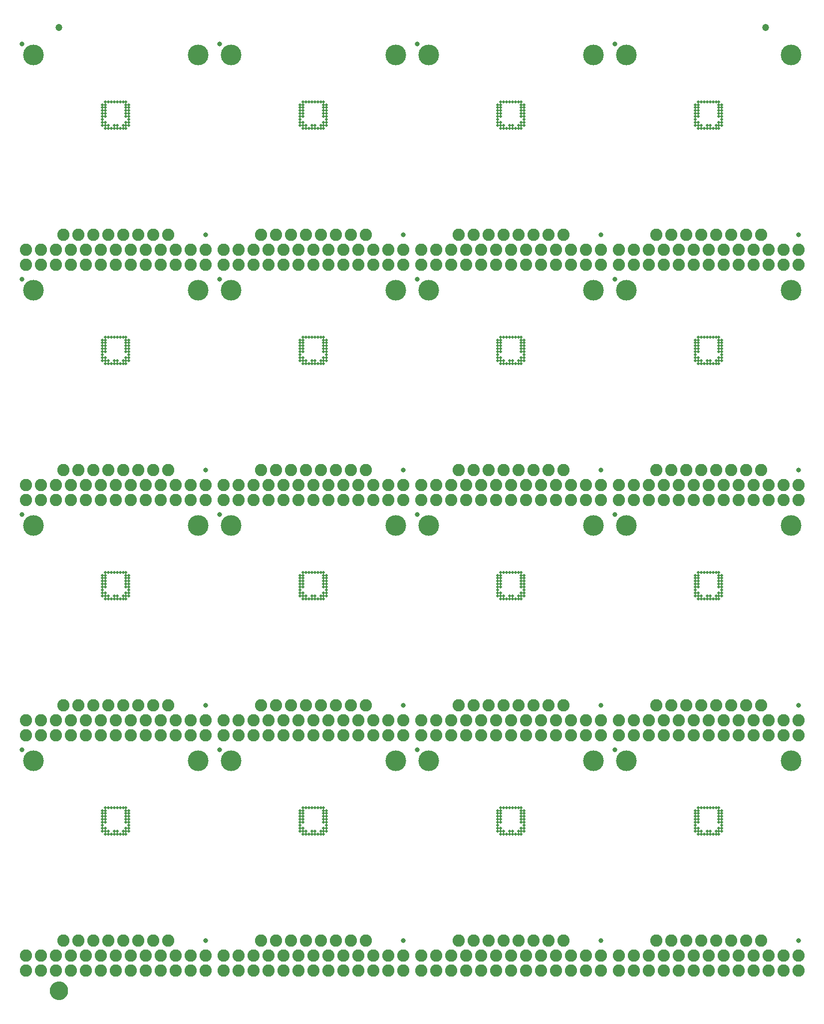
<source format=gts>
G75*
%MOIN*%
%OFA0B0*%
%FSLAX25Y25*%
%IPPOS*%
%LPD*%
%AMOC8*
5,1,8,0,0,1.08239X$1,22.5*
%
%ADD10C,0.01981*%
%ADD11C,0.08200*%
%ADD12C,0.13800*%
%ADD13C,0.03300*%
%ADD14C,0.04737*%
%ADD15C,0.05000*%
%ADD16C,0.06706*%
D10*
X0086860Y0124892D03*
X0086860Y0126860D03*
X0084892Y0126860D03*
X0084892Y0128829D03*
X0086860Y0128829D03*
X0084892Y0130797D03*
X0084892Y0132766D03*
X0086860Y0132766D03*
X0086860Y0134734D03*
X0084892Y0134734D03*
X0084892Y0136703D03*
X0086860Y0136703D03*
X0086860Y0138671D03*
X0084892Y0138671D03*
X0084892Y0140640D03*
X0086860Y0140640D03*
X0086860Y0142608D03*
X0088829Y0142608D03*
X0090797Y0142608D03*
X0092766Y0142608D03*
X0094734Y0142608D03*
X0096703Y0142608D03*
X0098671Y0142608D03*
X0100640Y0142608D03*
X0100640Y0140640D03*
X0102608Y0140640D03*
X0102608Y0138671D03*
X0100640Y0138671D03*
X0100640Y0136703D03*
X0102608Y0136703D03*
X0102608Y0134734D03*
X0100640Y0134734D03*
X0100640Y0132766D03*
X0102608Y0132766D03*
X0102608Y0130797D03*
X0102608Y0128829D03*
X0100640Y0128829D03*
X0100640Y0126860D03*
X0102608Y0126860D03*
X0100640Y0124892D03*
X0098671Y0124892D03*
X0098671Y0126860D03*
X0096703Y0124892D03*
X0094734Y0124892D03*
X0094734Y0126860D03*
X0092766Y0126860D03*
X0092766Y0124892D03*
X0090797Y0124892D03*
X0088829Y0124892D03*
X0088829Y0126860D03*
X0216892Y0126860D03*
X0218860Y0126860D03*
X0218860Y0124892D03*
X0220829Y0124892D03*
X0220829Y0126860D03*
X0222797Y0124892D03*
X0224766Y0124892D03*
X0224766Y0126860D03*
X0226734Y0126860D03*
X0226734Y0124892D03*
X0228703Y0124892D03*
X0230671Y0124892D03*
X0230671Y0126860D03*
X0232640Y0126860D03*
X0234608Y0126860D03*
X0234608Y0128829D03*
X0232640Y0128829D03*
X0234608Y0130797D03*
X0234608Y0132766D03*
X0232640Y0132766D03*
X0232640Y0134734D03*
X0234608Y0134734D03*
X0234608Y0136703D03*
X0232640Y0136703D03*
X0232640Y0138671D03*
X0234608Y0138671D03*
X0234608Y0140640D03*
X0232640Y0140640D03*
X0232640Y0142608D03*
X0230671Y0142608D03*
X0228703Y0142608D03*
X0226734Y0142608D03*
X0224766Y0142608D03*
X0222797Y0142608D03*
X0220829Y0142608D03*
X0218860Y0142608D03*
X0218860Y0140640D03*
X0216892Y0140640D03*
X0216892Y0138671D03*
X0218860Y0138671D03*
X0218860Y0136703D03*
X0216892Y0136703D03*
X0216892Y0134734D03*
X0218860Y0134734D03*
X0218860Y0132766D03*
X0216892Y0132766D03*
X0216892Y0130797D03*
X0216892Y0128829D03*
X0218860Y0128829D03*
X0232640Y0124892D03*
X0348892Y0126860D03*
X0350860Y0126860D03*
X0350860Y0124892D03*
X0352829Y0124892D03*
X0352829Y0126860D03*
X0354797Y0124892D03*
X0356766Y0124892D03*
X0356766Y0126860D03*
X0358734Y0126860D03*
X0358734Y0124892D03*
X0360703Y0124892D03*
X0362671Y0124892D03*
X0362671Y0126860D03*
X0364640Y0126860D03*
X0366608Y0126860D03*
X0366608Y0128829D03*
X0364640Y0128829D03*
X0366608Y0130797D03*
X0366608Y0132766D03*
X0364640Y0132766D03*
X0364640Y0134734D03*
X0366608Y0134734D03*
X0366608Y0136703D03*
X0364640Y0136703D03*
X0364640Y0138671D03*
X0366608Y0138671D03*
X0366608Y0140640D03*
X0364640Y0140640D03*
X0364640Y0142608D03*
X0362671Y0142608D03*
X0360703Y0142608D03*
X0358734Y0142608D03*
X0356766Y0142608D03*
X0354797Y0142608D03*
X0352829Y0142608D03*
X0350860Y0142608D03*
X0350860Y0140640D03*
X0348892Y0140640D03*
X0348892Y0138671D03*
X0350860Y0138671D03*
X0350860Y0136703D03*
X0348892Y0136703D03*
X0348892Y0134734D03*
X0350860Y0134734D03*
X0350860Y0132766D03*
X0348892Y0132766D03*
X0348892Y0130797D03*
X0348892Y0128829D03*
X0350860Y0128829D03*
X0364640Y0124892D03*
X0480892Y0126860D03*
X0482860Y0126860D03*
X0482860Y0124892D03*
X0484829Y0124892D03*
X0484829Y0126860D03*
X0486797Y0124892D03*
X0488766Y0124892D03*
X0488766Y0126860D03*
X0490734Y0126860D03*
X0490734Y0124892D03*
X0492703Y0124892D03*
X0494671Y0124892D03*
X0494671Y0126860D03*
X0496640Y0126860D03*
X0498608Y0126860D03*
X0498608Y0128829D03*
X0496640Y0128829D03*
X0498608Y0130797D03*
X0498608Y0132766D03*
X0496640Y0132766D03*
X0496640Y0134734D03*
X0498608Y0134734D03*
X0498608Y0136703D03*
X0496640Y0136703D03*
X0496640Y0138671D03*
X0498608Y0138671D03*
X0498608Y0140640D03*
X0496640Y0140640D03*
X0496640Y0142608D03*
X0494671Y0142608D03*
X0492703Y0142608D03*
X0490734Y0142608D03*
X0488766Y0142608D03*
X0486797Y0142608D03*
X0484829Y0142608D03*
X0482860Y0142608D03*
X0482860Y0140640D03*
X0480892Y0140640D03*
X0480892Y0138671D03*
X0482860Y0138671D03*
X0482860Y0136703D03*
X0480892Y0136703D03*
X0480892Y0134734D03*
X0482860Y0134734D03*
X0482860Y0132766D03*
X0480892Y0132766D03*
X0480892Y0130797D03*
X0480892Y0128829D03*
X0482860Y0128829D03*
X0496640Y0124892D03*
X0496640Y0281892D03*
X0496640Y0283860D03*
X0498608Y0283860D03*
X0498608Y0285829D03*
X0496640Y0285829D03*
X0498608Y0287797D03*
X0498608Y0289766D03*
X0496640Y0289766D03*
X0496640Y0291734D03*
X0498608Y0291734D03*
X0498608Y0293703D03*
X0496640Y0293703D03*
X0496640Y0295671D03*
X0498608Y0295671D03*
X0498608Y0297640D03*
X0496640Y0297640D03*
X0496640Y0299608D03*
X0494671Y0299608D03*
X0492703Y0299608D03*
X0490734Y0299608D03*
X0488766Y0299608D03*
X0486797Y0299608D03*
X0484829Y0299608D03*
X0482860Y0299608D03*
X0482860Y0297640D03*
X0480892Y0297640D03*
X0480892Y0295671D03*
X0482860Y0295671D03*
X0482860Y0293703D03*
X0480892Y0293703D03*
X0480892Y0291734D03*
X0482860Y0291734D03*
X0482860Y0289766D03*
X0480892Y0289766D03*
X0480892Y0287797D03*
X0480892Y0285829D03*
X0482860Y0285829D03*
X0482860Y0283860D03*
X0480892Y0283860D03*
X0482860Y0281892D03*
X0484829Y0281892D03*
X0484829Y0283860D03*
X0486797Y0281892D03*
X0488766Y0281892D03*
X0488766Y0283860D03*
X0490734Y0283860D03*
X0490734Y0281892D03*
X0492703Y0281892D03*
X0494671Y0281892D03*
X0494671Y0283860D03*
X0366608Y0283860D03*
X0364640Y0283860D03*
X0364640Y0281892D03*
X0362671Y0281892D03*
X0362671Y0283860D03*
X0360703Y0281892D03*
X0358734Y0281892D03*
X0358734Y0283860D03*
X0356766Y0283860D03*
X0356766Y0281892D03*
X0354797Y0281892D03*
X0352829Y0281892D03*
X0352829Y0283860D03*
X0350860Y0283860D03*
X0348892Y0283860D03*
X0348892Y0285829D03*
X0350860Y0285829D03*
X0348892Y0287797D03*
X0348892Y0289766D03*
X0350860Y0289766D03*
X0350860Y0291734D03*
X0348892Y0291734D03*
X0348892Y0293703D03*
X0350860Y0293703D03*
X0350860Y0295671D03*
X0348892Y0295671D03*
X0348892Y0297640D03*
X0350860Y0297640D03*
X0350860Y0299608D03*
X0352829Y0299608D03*
X0354797Y0299608D03*
X0356766Y0299608D03*
X0358734Y0299608D03*
X0360703Y0299608D03*
X0362671Y0299608D03*
X0364640Y0299608D03*
X0364640Y0297640D03*
X0366608Y0297640D03*
X0366608Y0295671D03*
X0364640Y0295671D03*
X0364640Y0293703D03*
X0366608Y0293703D03*
X0366608Y0291734D03*
X0364640Y0291734D03*
X0364640Y0289766D03*
X0366608Y0289766D03*
X0366608Y0287797D03*
X0366608Y0285829D03*
X0364640Y0285829D03*
X0350860Y0281892D03*
X0234608Y0283860D03*
X0232640Y0283860D03*
X0232640Y0281892D03*
X0230671Y0281892D03*
X0230671Y0283860D03*
X0228703Y0281892D03*
X0226734Y0281892D03*
X0226734Y0283860D03*
X0224766Y0283860D03*
X0224766Y0281892D03*
X0222797Y0281892D03*
X0220829Y0281892D03*
X0220829Y0283860D03*
X0218860Y0283860D03*
X0218860Y0281892D03*
X0216892Y0283860D03*
X0216892Y0285829D03*
X0218860Y0285829D03*
X0216892Y0287797D03*
X0216892Y0289766D03*
X0218860Y0289766D03*
X0218860Y0291734D03*
X0216892Y0291734D03*
X0216892Y0293703D03*
X0218860Y0293703D03*
X0218860Y0295671D03*
X0216892Y0295671D03*
X0216892Y0297640D03*
X0218860Y0297640D03*
X0218860Y0299608D03*
X0220829Y0299608D03*
X0222797Y0299608D03*
X0224766Y0299608D03*
X0226734Y0299608D03*
X0228703Y0299608D03*
X0230671Y0299608D03*
X0232640Y0299608D03*
X0232640Y0297640D03*
X0234608Y0297640D03*
X0234608Y0295671D03*
X0232640Y0295671D03*
X0232640Y0293703D03*
X0234608Y0293703D03*
X0234608Y0291734D03*
X0232640Y0291734D03*
X0232640Y0289766D03*
X0234608Y0289766D03*
X0234608Y0287797D03*
X0234608Y0285829D03*
X0232640Y0285829D03*
X0102608Y0285829D03*
X0100640Y0285829D03*
X0100640Y0283860D03*
X0102608Y0283860D03*
X0100640Y0281892D03*
X0098671Y0281892D03*
X0098671Y0283860D03*
X0096703Y0281892D03*
X0094734Y0281892D03*
X0094734Y0283860D03*
X0092766Y0283860D03*
X0092766Y0281892D03*
X0090797Y0281892D03*
X0088829Y0281892D03*
X0088829Y0283860D03*
X0086860Y0283860D03*
X0086860Y0281892D03*
X0084892Y0283860D03*
X0084892Y0285829D03*
X0086860Y0285829D03*
X0084892Y0287797D03*
X0084892Y0289766D03*
X0086860Y0289766D03*
X0086860Y0291734D03*
X0084892Y0291734D03*
X0084892Y0293703D03*
X0086860Y0293703D03*
X0086860Y0295671D03*
X0084892Y0295671D03*
X0084892Y0297640D03*
X0086860Y0297640D03*
X0086860Y0299608D03*
X0088829Y0299608D03*
X0090797Y0299608D03*
X0092766Y0299608D03*
X0094734Y0299608D03*
X0096703Y0299608D03*
X0098671Y0299608D03*
X0100640Y0299608D03*
X0100640Y0297640D03*
X0102608Y0297640D03*
X0102608Y0295671D03*
X0100640Y0295671D03*
X0100640Y0293703D03*
X0102608Y0293703D03*
X0102608Y0291734D03*
X0100640Y0291734D03*
X0100640Y0289766D03*
X0102608Y0289766D03*
X0102608Y0287797D03*
X0100640Y0438892D03*
X0100640Y0440860D03*
X0102608Y0440860D03*
X0102608Y0442829D03*
X0100640Y0442829D03*
X0102608Y0444797D03*
X0102608Y0446766D03*
X0100640Y0446766D03*
X0100640Y0448734D03*
X0102608Y0448734D03*
X0102608Y0450703D03*
X0100640Y0450703D03*
X0100640Y0452671D03*
X0102608Y0452671D03*
X0102608Y0454640D03*
X0100640Y0454640D03*
X0100640Y0456608D03*
X0098671Y0456608D03*
X0096703Y0456608D03*
X0094734Y0456608D03*
X0092766Y0456608D03*
X0090797Y0456608D03*
X0088829Y0456608D03*
X0086860Y0456608D03*
X0086860Y0454640D03*
X0084892Y0454640D03*
X0084892Y0452671D03*
X0086860Y0452671D03*
X0086860Y0450703D03*
X0084892Y0450703D03*
X0084892Y0448734D03*
X0086860Y0448734D03*
X0086860Y0446766D03*
X0084892Y0446766D03*
X0084892Y0444797D03*
X0084892Y0442829D03*
X0086860Y0442829D03*
X0086860Y0440860D03*
X0086860Y0438892D03*
X0088829Y0438892D03*
X0088829Y0440860D03*
X0090797Y0438892D03*
X0092766Y0438892D03*
X0092766Y0440860D03*
X0094734Y0440860D03*
X0094734Y0438892D03*
X0096703Y0438892D03*
X0098671Y0438892D03*
X0098671Y0440860D03*
X0084892Y0440860D03*
X0216892Y0440860D03*
X0218860Y0440860D03*
X0218860Y0438892D03*
X0220829Y0438892D03*
X0220829Y0440860D03*
X0222797Y0438892D03*
X0224766Y0438892D03*
X0224766Y0440860D03*
X0226734Y0440860D03*
X0226734Y0438892D03*
X0228703Y0438892D03*
X0230671Y0438892D03*
X0230671Y0440860D03*
X0232640Y0440860D03*
X0234608Y0440860D03*
X0234608Y0442829D03*
X0232640Y0442829D03*
X0234608Y0444797D03*
X0234608Y0446766D03*
X0232640Y0446766D03*
X0232640Y0448734D03*
X0234608Y0448734D03*
X0234608Y0450703D03*
X0232640Y0450703D03*
X0232640Y0452671D03*
X0234608Y0452671D03*
X0234608Y0454640D03*
X0232640Y0454640D03*
X0232640Y0456608D03*
X0230671Y0456608D03*
X0228703Y0456608D03*
X0226734Y0456608D03*
X0224766Y0456608D03*
X0222797Y0456608D03*
X0220829Y0456608D03*
X0218860Y0456608D03*
X0218860Y0454640D03*
X0216892Y0454640D03*
X0216892Y0452671D03*
X0218860Y0452671D03*
X0218860Y0450703D03*
X0216892Y0450703D03*
X0216892Y0448734D03*
X0218860Y0448734D03*
X0218860Y0446766D03*
X0216892Y0446766D03*
X0216892Y0444797D03*
X0216892Y0442829D03*
X0218860Y0442829D03*
X0232640Y0438892D03*
X0348892Y0440860D03*
X0350860Y0440860D03*
X0350860Y0438892D03*
X0352829Y0438892D03*
X0352829Y0440860D03*
X0354797Y0438892D03*
X0356766Y0438892D03*
X0356766Y0440860D03*
X0358734Y0440860D03*
X0358734Y0438892D03*
X0360703Y0438892D03*
X0362671Y0438892D03*
X0362671Y0440860D03*
X0364640Y0440860D03*
X0366608Y0440860D03*
X0366608Y0442829D03*
X0364640Y0442829D03*
X0366608Y0444797D03*
X0366608Y0446766D03*
X0364640Y0446766D03*
X0364640Y0448734D03*
X0366608Y0448734D03*
X0366608Y0450703D03*
X0364640Y0450703D03*
X0364640Y0452671D03*
X0366608Y0452671D03*
X0366608Y0454640D03*
X0364640Y0454640D03*
X0364640Y0456608D03*
X0362671Y0456608D03*
X0360703Y0456608D03*
X0358734Y0456608D03*
X0356766Y0456608D03*
X0354797Y0456608D03*
X0352829Y0456608D03*
X0350860Y0456608D03*
X0350860Y0454640D03*
X0348892Y0454640D03*
X0348892Y0452671D03*
X0350860Y0452671D03*
X0350860Y0450703D03*
X0348892Y0450703D03*
X0348892Y0448734D03*
X0350860Y0448734D03*
X0350860Y0446766D03*
X0348892Y0446766D03*
X0348892Y0444797D03*
X0348892Y0442829D03*
X0350860Y0442829D03*
X0364640Y0438892D03*
X0480892Y0440860D03*
X0482860Y0440860D03*
X0482860Y0438892D03*
X0484829Y0438892D03*
X0484829Y0440860D03*
X0486797Y0438892D03*
X0488766Y0438892D03*
X0488766Y0440860D03*
X0490734Y0440860D03*
X0490734Y0438892D03*
X0492703Y0438892D03*
X0494671Y0438892D03*
X0494671Y0440860D03*
X0496640Y0440860D03*
X0498608Y0440860D03*
X0498608Y0442829D03*
X0496640Y0442829D03*
X0498608Y0444797D03*
X0498608Y0446766D03*
X0496640Y0446766D03*
X0496640Y0448734D03*
X0498608Y0448734D03*
X0498608Y0450703D03*
X0496640Y0450703D03*
X0496640Y0452671D03*
X0498608Y0452671D03*
X0498608Y0454640D03*
X0496640Y0454640D03*
X0496640Y0456608D03*
X0494671Y0456608D03*
X0492703Y0456608D03*
X0490734Y0456608D03*
X0488766Y0456608D03*
X0486797Y0456608D03*
X0484829Y0456608D03*
X0482860Y0456608D03*
X0482860Y0454640D03*
X0480892Y0454640D03*
X0480892Y0452671D03*
X0482860Y0452671D03*
X0482860Y0450703D03*
X0480892Y0450703D03*
X0480892Y0448734D03*
X0482860Y0448734D03*
X0482860Y0446766D03*
X0480892Y0446766D03*
X0480892Y0444797D03*
X0480892Y0442829D03*
X0482860Y0442829D03*
X0496640Y0438892D03*
X0496640Y0595892D03*
X0496640Y0597860D03*
X0498608Y0597860D03*
X0498608Y0599829D03*
X0496640Y0599829D03*
X0498608Y0601797D03*
X0498608Y0603766D03*
X0496640Y0603766D03*
X0496640Y0605734D03*
X0498608Y0605734D03*
X0498608Y0607703D03*
X0496640Y0607703D03*
X0496640Y0609671D03*
X0498608Y0609671D03*
X0498608Y0611640D03*
X0496640Y0611640D03*
X0496640Y0613608D03*
X0494671Y0613608D03*
X0492703Y0613608D03*
X0490734Y0613608D03*
X0488766Y0613608D03*
X0486797Y0613608D03*
X0484829Y0613608D03*
X0482860Y0613608D03*
X0482860Y0611640D03*
X0480892Y0611640D03*
X0480892Y0609671D03*
X0482860Y0609671D03*
X0482860Y0607703D03*
X0480892Y0607703D03*
X0480892Y0605734D03*
X0482860Y0605734D03*
X0482860Y0603766D03*
X0480892Y0603766D03*
X0480892Y0601797D03*
X0480892Y0599829D03*
X0482860Y0599829D03*
X0482860Y0597860D03*
X0482860Y0595892D03*
X0484829Y0595892D03*
X0484829Y0597860D03*
X0486797Y0595892D03*
X0488766Y0595892D03*
X0488766Y0597860D03*
X0490734Y0597860D03*
X0490734Y0595892D03*
X0492703Y0595892D03*
X0494671Y0595892D03*
X0494671Y0597860D03*
X0480892Y0597860D03*
X0366608Y0597860D03*
X0364640Y0597860D03*
X0364640Y0595892D03*
X0362671Y0595892D03*
X0362671Y0597860D03*
X0360703Y0595892D03*
X0358734Y0595892D03*
X0358734Y0597860D03*
X0356766Y0597860D03*
X0356766Y0595892D03*
X0354797Y0595892D03*
X0352829Y0595892D03*
X0352829Y0597860D03*
X0350860Y0597860D03*
X0350860Y0595892D03*
X0348892Y0597860D03*
X0348892Y0599829D03*
X0350860Y0599829D03*
X0348892Y0601797D03*
X0348892Y0603766D03*
X0350860Y0603766D03*
X0350860Y0605734D03*
X0348892Y0605734D03*
X0348892Y0607703D03*
X0350860Y0607703D03*
X0350860Y0609671D03*
X0348892Y0609671D03*
X0348892Y0611640D03*
X0350860Y0611640D03*
X0350860Y0613608D03*
X0352829Y0613608D03*
X0354797Y0613608D03*
X0356766Y0613608D03*
X0358734Y0613608D03*
X0360703Y0613608D03*
X0362671Y0613608D03*
X0364640Y0613608D03*
X0364640Y0611640D03*
X0366608Y0611640D03*
X0366608Y0609671D03*
X0364640Y0609671D03*
X0364640Y0607703D03*
X0366608Y0607703D03*
X0366608Y0605734D03*
X0364640Y0605734D03*
X0364640Y0603766D03*
X0366608Y0603766D03*
X0366608Y0601797D03*
X0366608Y0599829D03*
X0364640Y0599829D03*
X0234608Y0599829D03*
X0232640Y0599829D03*
X0232640Y0597860D03*
X0234608Y0597860D03*
X0232640Y0595892D03*
X0230671Y0595892D03*
X0230671Y0597860D03*
X0228703Y0595892D03*
X0226734Y0595892D03*
X0226734Y0597860D03*
X0224766Y0597860D03*
X0224766Y0595892D03*
X0222797Y0595892D03*
X0220829Y0595892D03*
X0220829Y0597860D03*
X0218860Y0597860D03*
X0218860Y0595892D03*
X0216892Y0597860D03*
X0216892Y0599829D03*
X0218860Y0599829D03*
X0216892Y0601797D03*
X0216892Y0603766D03*
X0218860Y0603766D03*
X0218860Y0605734D03*
X0216892Y0605734D03*
X0216892Y0607703D03*
X0218860Y0607703D03*
X0218860Y0609671D03*
X0216892Y0609671D03*
X0216892Y0611640D03*
X0218860Y0611640D03*
X0218860Y0613608D03*
X0220829Y0613608D03*
X0222797Y0613608D03*
X0224766Y0613608D03*
X0226734Y0613608D03*
X0228703Y0613608D03*
X0230671Y0613608D03*
X0232640Y0613608D03*
X0232640Y0611640D03*
X0234608Y0611640D03*
X0234608Y0609671D03*
X0232640Y0609671D03*
X0232640Y0607703D03*
X0234608Y0607703D03*
X0234608Y0605734D03*
X0232640Y0605734D03*
X0232640Y0603766D03*
X0234608Y0603766D03*
X0234608Y0601797D03*
X0102608Y0601797D03*
X0102608Y0599829D03*
X0100640Y0599829D03*
X0100640Y0597860D03*
X0102608Y0597860D03*
X0100640Y0595892D03*
X0098671Y0595892D03*
X0098671Y0597860D03*
X0096703Y0595892D03*
X0094734Y0595892D03*
X0094734Y0597860D03*
X0092766Y0597860D03*
X0092766Y0595892D03*
X0090797Y0595892D03*
X0088829Y0595892D03*
X0088829Y0597860D03*
X0086860Y0597860D03*
X0086860Y0595892D03*
X0084892Y0597860D03*
X0084892Y0599829D03*
X0086860Y0599829D03*
X0084892Y0601797D03*
X0084892Y0603766D03*
X0086860Y0603766D03*
X0086860Y0605734D03*
X0084892Y0605734D03*
X0084892Y0607703D03*
X0086860Y0607703D03*
X0086860Y0609671D03*
X0084892Y0609671D03*
X0084892Y0611640D03*
X0086860Y0611640D03*
X0086860Y0613608D03*
X0088829Y0613608D03*
X0090797Y0613608D03*
X0092766Y0613608D03*
X0094734Y0613608D03*
X0096703Y0613608D03*
X0098671Y0613608D03*
X0100640Y0613608D03*
X0100640Y0611640D03*
X0102608Y0611640D03*
X0102608Y0609671D03*
X0100640Y0609671D03*
X0100640Y0607703D03*
X0102608Y0607703D03*
X0102608Y0605734D03*
X0100640Y0605734D03*
X0100640Y0603766D03*
X0102608Y0603766D03*
D11*
X0033750Y0033750D03*
X0043750Y0033750D03*
X0043750Y0043750D03*
X0033750Y0043750D03*
X0053750Y0043750D03*
X0063750Y0043750D03*
X0058750Y0053750D03*
X0068750Y0053750D03*
X0078750Y0053750D03*
X0073750Y0043750D03*
X0083750Y0043750D03*
X0088750Y0053750D03*
X0093750Y0043750D03*
X0103750Y0043750D03*
X0098750Y0053750D03*
X0108750Y0053750D03*
X0113750Y0043750D03*
X0123750Y0043750D03*
X0118750Y0053750D03*
X0128750Y0053750D03*
X0133750Y0043750D03*
X0143750Y0043750D03*
X0143750Y0033750D03*
X0133750Y0033750D03*
X0123750Y0033750D03*
X0113750Y0033750D03*
X0103750Y0033750D03*
X0093750Y0033750D03*
X0083750Y0033750D03*
X0073750Y0033750D03*
X0063750Y0033750D03*
X0053750Y0033750D03*
X0153750Y0033750D03*
X0153750Y0043750D03*
X0165750Y0043750D03*
X0175750Y0043750D03*
X0175750Y0033750D03*
X0165750Y0033750D03*
X0185750Y0033750D03*
X0195750Y0033750D03*
X0195750Y0043750D03*
X0185750Y0043750D03*
X0190750Y0053750D03*
X0200750Y0053750D03*
X0205750Y0043750D03*
X0215750Y0043750D03*
X0210750Y0053750D03*
X0220750Y0053750D03*
X0225750Y0043750D03*
X0235750Y0043750D03*
X0230750Y0053750D03*
X0240750Y0053750D03*
X0245750Y0043750D03*
X0255750Y0043750D03*
X0250750Y0053750D03*
X0260750Y0053750D03*
X0265750Y0043750D03*
X0275750Y0043750D03*
X0275750Y0033750D03*
X0265750Y0033750D03*
X0255750Y0033750D03*
X0245750Y0033750D03*
X0235750Y0033750D03*
X0225750Y0033750D03*
X0215750Y0033750D03*
X0205750Y0033750D03*
X0285750Y0033750D03*
X0285750Y0043750D03*
X0297750Y0043750D03*
X0307750Y0043750D03*
X0307750Y0033750D03*
X0297750Y0033750D03*
X0317750Y0033750D03*
X0327750Y0033750D03*
X0327750Y0043750D03*
X0317750Y0043750D03*
X0322750Y0053750D03*
X0332750Y0053750D03*
X0337750Y0043750D03*
X0347750Y0043750D03*
X0342750Y0053750D03*
X0352750Y0053750D03*
X0357750Y0043750D03*
X0367750Y0043750D03*
X0362750Y0053750D03*
X0372750Y0053750D03*
X0377750Y0043750D03*
X0387750Y0043750D03*
X0382750Y0053750D03*
X0392750Y0053750D03*
X0397750Y0043750D03*
X0407750Y0043750D03*
X0407750Y0033750D03*
X0397750Y0033750D03*
X0387750Y0033750D03*
X0377750Y0033750D03*
X0367750Y0033750D03*
X0357750Y0033750D03*
X0347750Y0033750D03*
X0337750Y0033750D03*
X0417750Y0033750D03*
X0417750Y0043750D03*
X0429750Y0043750D03*
X0439750Y0043750D03*
X0439750Y0033750D03*
X0429750Y0033750D03*
X0449750Y0033750D03*
X0459750Y0033750D03*
X0459750Y0043750D03*
X0449750Y0043750D03*
X0454750Y0053750D03*
X0464750Y0053750D03*
X0469750Y0043750D03*
X0479750Y0043750D03*
X0474750Y0053750D03*
X0484750Y0053750D03*
X0489750Y0043750D03*
X0499750Y0043750D03*
X0494750Y0053750D03*
X0504750Y0053750D03*
X0509750Y0043750D03*
X0514750Y0053750D03*
X0524750Y0053750D03*
X0519750Y0043750D03*
X0529750Y0043750D03*
X0529750Y0033750D03*
X0519750Y0033750D03*
X0509750Y0033750D03*
X0499750Y0033750D03*
X0489750Y0033750D03*
X0479750Y0033750D03*
X0469750Y0033750D03*
X0539750Y0033750D03*
X0549750Y0033750D03*
X0549750Y0043750D03*
X0539750Y0043750D03*
X0539750Y0190750D03*
X0539750Y0200750D03*
X0549750Y0200750D03*
X0549750Y0190750D03*
X0529750Y0190750D03*
X0529750Y0200750D03*
X0519750Y0200750D03*
X0519750Y0190750D03*
X0509750Y0190750D03*
X0509750Y0200750D03*
X0499750Y0200750D03*
X0499750Y0190750D03*
X0489750Y0190750D03*
X0489750Y0200750D03*
X0479750Y0200750D03*
X0479750Y0190750D03*
X0469750Y0190750D03*
X0469750Y0200750D03*
X0459750Y0200750D03*
X0459750Y0190750D03*
X0449750Y0190750D03*
X0449750Y0200750D03*
X0439750Y0200750D03*
X0439750Y0190750D03*
X0429750Y0190750D03*
X0429750Y0200750D03*
X0417750Y0200750D03*
X0417750Y0190750D03*
X0407750Y0190750D03*
X0407750Y0200750D03*
X0397750Y0200750D03*
X0397750Y0190750D03*
X0387750Y0190750D03*
X0387750Y0200750D03*
X0377750Y0200750D03*
X0377750Y0190750D03*
X0367750Y0190750D03*
X0367750Y0200750D03*
X0357750Y0200750D03*
X0357750Y0190750D03*
X0347750Y0190750D03*
X0347750Y0200750D03*
X0337750Y0200750D03*
X0337750Y0190750D03*
X0327750Y0190750D03*
X0327750Y0200750D03*
X0317750Y0200750D03*
X0317750Y0190750D03*
X0307750Y0190750D03*
X0307750Y0200750D03*
X0297750Y0200750D03*
X0297750Y0190750D03*
X0285750Y0190750D03*
X0285750Y0200750D03*
X0275750Y0200750D03*
X0275750Y0190750D03*
X0265750Y0190750D03*
X0265750Y0200750D03*
X0255750Y0200750D03*
X0255750Y0190750D03*
X0245750Y0190750D03*
X0245750Y0200750D03*
X0235750Y0200750D03*
X0235750Y0190750D03*
X0225750Y0190750D03*
X0225750Y0200750D03*
X0215750Y0200750D03*
X0215750Y0190750D03*
X0205750Y0190750D03*
X0205750Y0200750D03*
X0195750Y0200750D03*
X0195750Y0190750D03*
X0185750Y0190750D03*
X0185750Y0200750D03*
X0175750Y0200750D03*
X0175750Y0190750D03*
X0165750Y0190750D03*
X0165750Y0200750D03*
X0153750Y0200750D03*
X0153750Y0190750D03*
X0143750Y0190750D03*
X0143750Y0200750D03*
X0133750Y0200750D03*
X0133750Y0190750D03*
X0123750Y0190750D03*
X0123750Y0200750D03*
X0113750Y0200750D03*
X0113750Y0190750D03*
X0103750Y0190750D03*
X0103750Y0200750D03*
X0093750Y0200750D03*
X0093750Y0190750D03*
X0083750Y0190750D03*
X0083750Y0200750D03*
X0073750Y0200750D03*
X0073750Y0190750D03*
X0063750Y0190750D03*
X0063750Y0200750D03*
X0053750Y0200750D03*
X0053750Y0190750D03*
X0043750Y0190750D03*
X0043750Y0200750D03*
X0033750Y0200750D03*
X0033750Y0190750D03*
X0058750Y0210750D03*
X0068750Y0210750D03*
X0078750Y0210750D03*
X0088750Y0210750D03*
X0098750Y0210750D03*
X0108750Y0210750D03*
X0118750Y0210750D03*
X0128750Y0210750D03*
X0190750Y0210750D03*
X0200750Y0210750D03*
X0210750Y0210750D03*
X0220750Y0210750D03*
X0230750Y0210750D03*
X0240750Y0210750D03*
X0250750Y0210750D03*
X0260750Y0210750D03*
X0322750Y0210750D03*
X0332750Y0210750D03*
X0342750Y0210750D03*
X0352750Y0210750D03*
X0362750Y0210750D03*
X0372750Y0210750D03*
X0382750Y0210750D03*
X0392750Y0210750D03*
X0454750Y0210750D03*
X0464750Y0210750D03*
X0474750Y0210750D03*
X0484750Y0210750D03*
X0494750Y0210750D03*
X0504750Y0210750D03*
X0514750Y0210750D03*
X0524750Y0210750D03*
X0519750Y0347750D03*
X0519750Y0357750D03*
X0529750Y0357750D03*
X0529750Y0347750D03*
X0539750Y0347750D03*
X0539750Y0357750D03*
X0549750Y0357750D03*
X0549750Y0347750D03*
X0524750Y0367750D03*
X0514750Y0367750D03*
X0509750Y0357750D03*
X0509750Y0347750D03*
X0499750Y0347750D03*
X0499750Y0357750D03*
X0489750Y0357750D03*
X0489750Y0347750D03*
X0479750Y0347750D03*
X0479750Y0357750D03*
X0469750Y0357750D03*
X0469750Y0347750D03*
X0459750Y0347750D03*
X0459750Y0357750D03*
X0449750Y0357750D03*
X0449750Y0347750D03*
X0439750Y0347750D03*
X0439750Y0357750D03*
X0429750Y0357750D03*
X0429750Y0347750D03*
X0417750Y0347750D03*
X0417750Y0357750D03*
X0407750Y0357750D03*
X0407750Y0347750D03*
X0397750Y0347750D03*
X0397750Y0357750D03*
X0392750Y0367750D03*
X0382750Y0367750D03*
X0377750Y0357750D03*
X0377750Y0347750D03*
X0387750Y0347750D03*
X0387750Y0357750D03*
X0372750Y0367750D03*
X0362750Y0367750D03*
X0357750Y0357750D03*
X0357750Y0347750D03*
X0367750Y0347750D03*
X0367750Y0357750D03*
X0352750Y0367750D03*
X0342750Y0367750D03*
X0337750Y0357750D03*
X0337750Y0347750D03*
X0347750Y0347750D03*
X0347750Y0357750D03*
X0332750Y0367750D03*
X0322750Y0367750D03*
X0317750Y0357750D03*
X0317750Y0347750D03*
X0327750Y0347750D03*
X0327750Y0357750D03*
X0307750Y0357750D03*
X0307750Y0347750D03*
X0297750Y0347750D03*
X0297750Y0357750D03*
X0285750Y0357750D03*
X0285750Y0347750D03*
X0275750Y0347750D03*
X0275750Y0357750D03*
X0265750Y0357750D03*
X0265750Y0347750D03*
X0255750Y0347750D03*
X0255750Y0357750D03*
X0245750Y0357750D03*
X0245750Y0347750D03*
X0235750Y0347750D03*
X0235750Y0357750D03*
X0225750Y0357750D03*
X0225750Y0347750D03*
X0215750Y0347750D03*
X0215750Y0357750D03*
X0205750Y0357750D03*
X0205750Y0347750D03*
X0195750Y0347750D03*
X0195750Y0357750D03*
X0185750Y0357750D03*
X0185750Y0347750D03*
X0175750Y0347750D03*
X0175750Y0357750D03*
X0165750Y0357750D03*
X0165750Y0347750D03*
X0153750Y0347750D03*
X0153750Y0357750D03*
X0143750Y0357750D03*
X0143750Y0347750D03*
X0133750Y0347750D03*
X0133750Y0357750D03*
X0128750Y0367750D03*
X0118750Y0367750D03*
X0113750Y0357750D03*
X0113750Y0347750D03*
X0123750Y0347750D03*
X0123750Y0357750D03*
X0108750Y0367750D03*
X0098750Y0367750D03*
X0093750Y0357750D03*
X0093750Y0347750D03*
X0103750Y0347750D03*
X0103750Y0357750D03*
X0088750Y0367750D03*
X0083750Y0357750D03*
X0083750Y0347750D03*
X0073750Y0347750D03*
X0073750Y0357750D03*
X0068750Y0367750D03*
X0078750Y0367750D03*
X0063750Y0357750D03*
X0063750Y0347750D03*
X0053750Y0347750D03*
X0053750Y0357750D03*
X0058750Y0367750D03*
X0043750Y0357750D03*
X0043750Y0347750D03*
X0033750Y0347750D03*
X0033750Y0357750D03*
X0033750Y0504750D03*
X0043750Y0504750D03*
X0043750Y0514750D03*
X0033750Y0514750D03*
X0053750Y0514750D03*
X0063750Y0514750D03*
X0058750Y0524750D03*
X0068750Y0524750D03*
X0078750Y0524750D03*
X0073750Y0514750D03*
X0083750Y0514750D03*
X0088750Y0524750D03*
X0093750Y0514750D03*
X0103750Y0514750D03*
X0098750Y0524750D03*
X0108750Y0524750D03*
X0113750Y0514750D03*
X0123750Y0514750D03*
X0118750Y0524750D03*
X0128750Y0524750D03*
X0133750Y0514750D03*
X0143750Y0514750D03*
X0143750Y0504750D03*
X0133750Y0504750D03*
X0123750Y0504750D03*
X0113750Y0504750D03*
X0103750Y0504750D03*
X0093750Y0504750D03*
X0083750Y0504750D03*
X0073750Y0504750D03*
X0063750Y0504750D03*
X0053750Y0504750D03*
X0153750Y0504750D03*
X0153750Y0514750D03*
X0165750Y0514750D03*
X0175750Y0514750D03*
X0175750Y0504750D03*
X0165750Y0504750D03*
X0185750Y0504750D03*
X0195750Y0504750D03*
X0195750Y0514750D03*
X0185750Y0514750D03*
X0190750Y0524750D03*
X0200750Y0524750D03*
X0205750Y0514750D03*
X0215750Y0514750D03*
X0210750Y0524750D03*
X0220750Y0524750D03*
X0225750Y0514750D03*
X0235750Y0514750D03*
X0230750Y0524750D03*
X0240750Y0524750D03*
X0245750Y0514750D03*
X0255750Y0514750D03*
X0250750Y0524750D03*
X0260750Y0524750D03*
X0265750Y0514750D03*
X0275750Y0514750D03*
X0275750Y0504750D03*
X0265750Y0504750D03*
X0255750Y0504750D03*
X0245750Y0504750D03*
X0235750Y0504750D03*
X0225750Y0504750D03*
X0215750Y0504750D03*
X0205750Y0504750D03*
X0285750Y0504750D03*
X0285750Y0514750D03*
X0297750Y0514750D03*
X0307750Y0514750D03*
X0307750Y0504750D03*
X0297750Y0504750D03*
X0317750Y0504750D03*
X0327750Y0504750D03*
X0327750Y0514750D03*
X0317750Y0514750D03*
X0322750Y0524750D03*
X0332750Y0524750D03*
X0337750Y0514750D03*
X0347750Y0514750D03*
X0342750Y0524750D03*
X0352750Y0524750D03*
X0357750Y0514750D03*
X0367750Y0514750D03*
X0362750Y0524750D03*
X0372750Y0524750D03*
X0377750Y0514750D03*
X0387750Y0514750D03*
X0382750Y0524750D03*
X0392750Y0524750D03*
X0397750Y0514750D03*
X0407750Y0514750D03*
X0407750Y0504750D03*
X0397750Y0504750D03*
X0387750Y0504750D03*
X0377750Y0504750D03*
X0367750Y0504750D03*
X0357750Y0504750D03*
X0347750Y0504750D03*
X0337750Y0504750D03*
X0417750Y0504750D03*
X0417750Y0514750D03*
X0429750Y0514750D03*
X0439750Y0514750D03*
X0439750Y0504750D03*
X0429750Y0504750D03*
X0449750Y0504750D03*
X0459750Y0504750D03*
X0459750Y0514750D03*
X0449750Y0514750D03*
X0454750Y0524750D03*
X0464750Y0524750D03*
X0469750Y0514750D03*
X0479750Y0514750D03*
X0474750Y0524750D03*
X0484750Y0524750D03*
X0489750Y0514750D03*
X0499750Y0514750D03*
X0494750Y0524750D03*
X0504750Y0524750D03*
X0509750Y0514750D03*
X0514750Y0524750D03*
X0524750Y0524750D03*
X0519750Y0514750D03*
X0529750Y0514750D03*
X0529750Y0504750D03*
X0519750Y0504750D03*
X0509750Y0504750D03*
X0499750Y0504750D03*
X0489750Y0504750D03*
X0479750Y0504750D03*
X0469750Y0504750D03*
X0539750Y0504750D03*
X0549750Y0504750D03*
X0549750Y0514750D03*
X0539750Y0514750D03*
X0504750Y0367750D03*
X0494750Y0367750D03*
X0484750Y0367750D03*
X0474750Y0367750D03*
X0464750Y0367750D03*
X0454750Y0367750D03*
X0260750Y0367750D03*
X0250750Y0367750D03*
X0240750Y0367750D03*
X0230750Y0367750D03*
X0220750Y0367750D03*
X0210750Y0367750D03*
X0200750Y0367750D03*
X0190750Y0367750D03*
D12*
X0170750Y0330750D03*
X0148750Y0330750D03*
X0038750Y0330750D03*
X0038750Y0173750D03*
X0148750Y0173750D03*
X0170750Y0173750D03*
X0280750Y0173750D03*
X0302750Y0173750D03*
X0412750Y0173750D03*
X0434750Y0173750D03*
X0544750Y0173750D03*
X0544750Y0330750D03*
X0434750Y0330750D03*
X0412750Y0330750D03*
X0302750Y0330750D03*
X0280750Y0330750D03*
X0280750Y0487750D03*
X0302750Y0487750D03*
X0412750Y0487750D03*
X0434750Y0487750D03*
X0544750Y0487750D03*
X0544750Y0644750D03*
X0434750Y0644750D03*
X0412750Y0644750D03*
X0302750Y0644750D03*
X0280750Y0644750D03*
X0170750Y0644750D03*
X0148750Y0644750D03*
X0038750Y0644750D03*
X0038750Y0487750D03*
X0148750Y0487750D03*
X0170750Y0487750D03*
D13*
X0163250Y0495250D03*
X0153750Y0524750D03*
X0163250Y0652250D03*
X0285750Y0524750D03*
X0295250Y0495250D03*
X0285750Y0367750D03*
X0295250Y0338250D03*
X0285750Y0210750D03*
X0295250Y0181250D03*
X0285750Y0053750D03*
X0163250Y0181250D03*
X0153750Y0210750D03*
X0163250Y0338250D03*
X0153750Y0367750D03*
X0031250Y0338250D03*
X0031250Y0181250D03*
X0153750Y0053750D03*
X0417750Y0053750D03*
X0427250Y0181250D03*
X0417750Y0210750D03*
X0427250Y0338250D03*
X0417750Y0367750D03*
X0427250Y0495250D03*
X0417750Y0524750D03*
X0427250Y0652250D03*
X0549750Y0524750D03*
X0549750Y0367750D03*
X0549750Y0210750D03*
X0549750Y0053750D03*
X0031250Y0495250D03*
X0031250Y0652250D03*
X0295250Y0652250D03*
D14*
X0527750Y0663000D03*
X0055750Y0663000D03*
D15*
X0052185Y0020500D02*
X0052187Y0020619D01*
X0052193Y0020738D01*
X0052203Y0020857D01*
X0052217Y0020975D01*
X0052235Y0021093D01*
X0052256Y0021210D01*
X0052282Y0021326D01*
X0052312Y0021442D01*
X0052345Y0021556D01*
X0052382Y0021669D01*
X0052423Y0021781D01*
X0052468Y0021892D01*
X0052516Y0022001D01*
X0052568Y0022108D01*
X0052624Y0022213D01*
X0052683Y0022317D01*
X0052745Y0022418D01*
X0052811Y0022518D01*
X0052880Y0022615D01*
X0052952Y0022709D01*
X0053028Y0022802D01*
X0053106Y0022891D01*
X0053187Y0022978D01*
X0053272Y0023063D01*
X0053359Y0023144D01*
X0053448Y0023222D01*
X0053541Y0023298D01*
X0053635Y0023370D01*
X0053732Y0023439D01*
X0053832Y0023505D01*
X0053933Y0023567D01*
X0054037Y0023626D01*
X0054142Y0023682D01*
X0054249Y0023734D01*
X0054358Y0023782D01*
X0054469Y0023827D01*
X0054581Y0023868D01*
X0054694Y0023905D01*
X0054808Y0023938D01*
X0054924Y0023968D01*
X0055040Y0023994D01*
X0055157Y0024015D01*
X0055275Y0024033D01*
X0055393Y0024047D01*
X0055512Y0024057D01*
X0055631Y0024063D01*
X0055750Y0024065D01*
X0055869Y0024063D01*
X0055988Y0024057D01*
X0056107Y0024047D01*
X0056225Y0024033D01*
X0056343Y0024015D01*
X0056460Y0023994D01*
X0056576Y0023968D01*
X0056692Y0023938D01*
X0056806Y0023905D01*
X0056919Y0023868D01*
X0057031Y0023827D01*
X0057142Y0023782D01*
X0057251Y0023734D01*
X0057358Y0023682D01*
X0057463Y0023626D01*
X0057567Y0023567D01*
X0057668Y0023505D01*
X0057768Y0023439D01*
X0057865Y0023370D01*
X0057959Y0023298D01*
X0058052Y0023222D01*
X0058141Y0023144D01*
X0058228Y0023063D01*
X0058313Y0022978D01*
X0058394Y0022891D01*
X0058472Y0022802D01*
X0058548Y0022709D01*
X0058620Y0022615D01*
X0058689Y0022518D01*
X0058755Y0022418D01*
X0058817Y0022317D01*
X0058876Y0022213D01*
X0058932Y0022108D01*
X0058984Y0022001D01*
X0059032Y0021892D01*
X0059077Y0021781D01*
X0059118Y0021669D01*
X0059155Y0021556D01*
X0059188Y0021442D01*
X0059218Y0021326D01*
X0059244Y0021210D01*
X0059265Y0021093D01*
X0059283Y0020975D01*
X0059297Y0020857D01*
X0059307Y0020738D01*
X0059313Y0020619D01*
X0059315Y0020500D01*
X0059313Y0020381D01*
X0059307Y0020262D01*
X0059297Y0020143D01*
X0059283Y0020025D01*
X0059265Y0019907D01*
X0059244Y0019790D01*
X0059218Y0019674D01*
X0059188Y0019558D01*
X0059155Y0019444D01*
X0059118Y0019331D01*
X0059077Y0019219D01*
X0059032Y0019108D01*
X0058984Y0018999D01*
X0058932Y0018892D01*
X0058876Y0018787D01*
X0058817Y0018683D01*
X0058755Y0018582D01*
X0058689Y0018482D01*
X0058620Y0018385D01*
X0058548Y0018291D01*
X0058472Y0018198D01*
X0058394Y0018109D01*
X0058313Y0018022D01*
X0058228Y0017937D01*
X0058141Y0017856D01*
X0058052Y0017778D01*
X0057959Y0017702D01*
X0057865Y0017630D01*
X0057768Y0017561D01*
X0057668Y0017495D01*
X0057567Y0017433D01*
X0057463Y0017374D01*
X0057358Y0017318D01*
X0057251Y0017266D01*
X0057142Y0017218D01*
X0057031Y0017173D01*
X0056919Y0017132D01*
X0056806Y0017095D01*
X0056692Y0017062D01*
X0056576Y0017032D01*
X0056460Y0017006D01*
X0056343Y0016985D01*
X0056225Y0016967D01*
X0056107Y0016953D01*
X0055988Y0016943D01*
X0055869Y0016937D01*
X0055750Y0016935D01*
X0055631Y0016937D01*
X0055512Y0016943D01*
X0055393Y0016953D01*
X0055275Y0016967D01*
X0055157Y0016985D01*
X0055040Y0017006D01*
X0054924Y0017032D01*
X0054808Y0017062D01*
X0054694Y0017095D01*
X0054581Y0017132D01*
X0054469Y0017173D01*
X0054358Y0017218D01*
X0054249Y0017266D01*
X0054142Y0017318D01*
X0054037Y0017374D01*
X0053933Y0017433D01*
X0053832Y0017495D01*
X0053732Y0017561D01*
X0053635Y0017630D01*
X0053541Y0017702D01*
X0053448Y0017778D01*
X0053359Y0017856D01*
X0053272Y0017937D01*
X0053187Y0018022D01*
X0053106Y0018109D01*
X0053028Y0018198D01*
X0052952Y0018291D01*
X0052880Y0018385D01*
X0052811Y0018482D01*
X0052745Y0018582D01*
X0052683Y0018683D01*
X0052624Y0018787D01*
X0052568Y0018892D01*
X0052516Y0018999D01*
X0052468Y0019108D01*
X0052423Y0019219D01*
X0052382Y0019331D01*
X0052345Y0019444D01*
X0052312Y0019558D01*
X0052282Y0019674D01*
X0052256Y0019790D01*
X0052235Y0019907D01*
X0052217Y0020025D01*
X0052203Y0020143D01*
X0052193Y0020262D01*
X0052187Y0020381D01*
X0052185Y0020500D01*
D16*
X0055750Y0020500D03*
M02*

</source>
